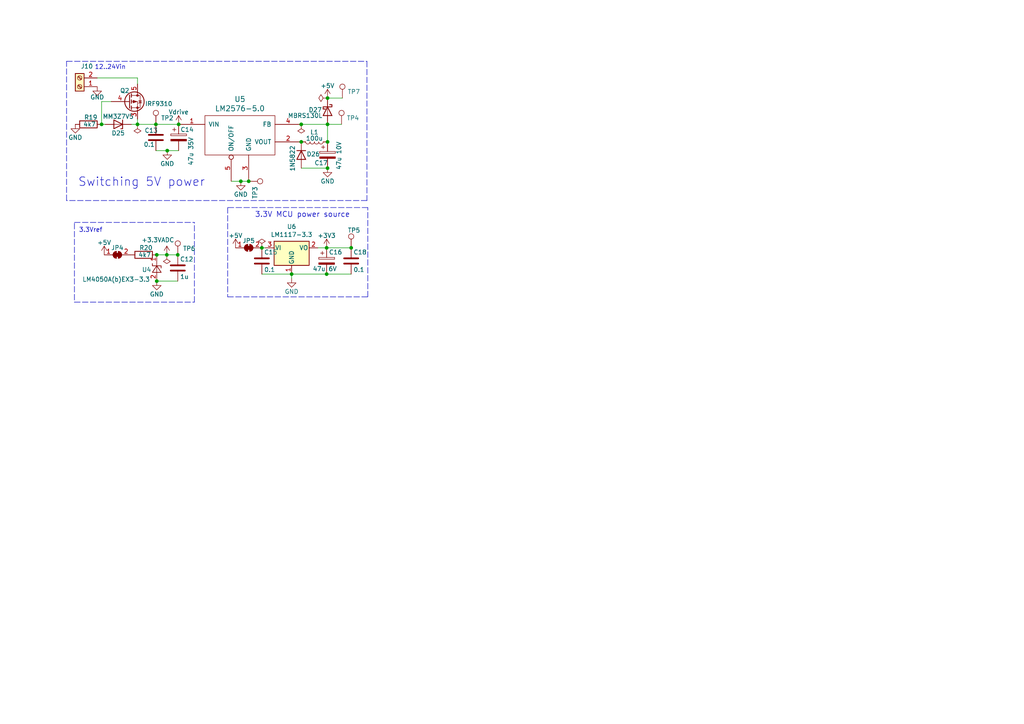
<source format=kicad_sch>
(kicad_sch (version 20211123) (generator eeschema)
  (paper "A4")
  (lib_symbols
    (symbol "Connector:Screw_Terminal_01x02" (pin_names (offset 1.016) hide)
      (property "Reference" "J" (at 0 2.54 0))
      (property "Value" "Screw_Terminal_01x02" (at 0 -5.08 0))
      (symbol "Screw_Terminal_01x02_1_1"
        (rectangle (start -1.27 1.27) (end 1.27 -3.81) (stroke (width 0.254)) (fill (type background)))
        (circle (center 0 -2.54) (radius 0.635) (stroke (width 0.1524)))
        (polyline (pts (xy -0.5334 -2.2098) (xy 0.3302 -3.048)) (stroke (width 0.1524)))
        (polyline (pts (xy -0.5334 0.3302) (xy 0.3302 -0.508)) (stroke (width 0.1524)))
        (polyline (pts (xy -0.3556 -2.032) (xy 0.508 -2.8702)) (stroke (width 0.1524)))
        (polyline (pts (xy -0.3556 0.508) (xy 0.508 -0.3302)) (stroke (width 0.1524)))
        (circle (center 0 0) (radius 0.635) (stroke (width 0.1524)))
        (pin passive line (at -5.08 0 0) (length 3.81) (name "Pin_1") (number "1"))
        (pin passive line (at -5.08 -2.54 0) (length 3.81) (name "Pin_2") (number "2"))
      )
    )
    (symbol "Connector:TestPoint" (pin_numbers hide) (pin_names (offset 0.762) hide)
      (property "Reference" "TP" (at 0 6.858 0))
      (property "Value" "TestPoint" (at 0 5.08 0))
      (symbol "TestPoint_0_1"
        (circle (center 0 3.302) (radius 0.762))
      )
      (symbol "TestPoint_1_1"
        (pin passive line (at 0 0 90) (length 2.54) (name "1") (number "1"))
      )
    )
    (symbol "Device:C" (pin_numbers hide) (pin_names (offset 0.254))
      (property "Reference" "C" (at 0.635 2.54 0))
      (property "Value" "C" (at 0.635 -2.54 0))
      (symbol "C_0_1"
        (polyline (pts (xy -2.032 -0.762) (xy 2.032 -0.762)) (stroke (width 0.508)))
        (polyline (pts (xy -2.032 0.762) (xy 2.032 0.762)) (stroke (width 0.508)))
      )
      (symbol "C_1_1"
        (pin passive line (at 0 3.81 270) (length 2.794) (name "~") (number "1"))
        (pin passive line (at 0 -3.81 90) (length 2.794) (name "~") (number "2"))
      )
    )
    (symbol "Device:C_Polarized" (pin_numbers hide) (pin_names (offset 0.254))
      (property "Reference" "C" (at 0.635 2.54 0))
      (property "Value" "C_Polarized" (at 0.635 -2.54 0))
      (symbol "C_Polarized_0_1"
        (rectangle (start -2.286 0.508) (end 2.286 1.016))
        (polyline (pts (xy -1.778 2.286) (xy -0.762 2.286)))
        (polyline (pts (xy -1.27 2.794) (xy -1.27 1.778)))
        (rectangle (start 2.286 -0.508) (end -2.286 -1.016) (fill (type outline)))
      )
      (symbol "C_Polarized_1_1"
        (pin passive line (at 0 3.81 270) (length 2.794) (name "~") (number "1"))
        (pin passive line (at 0 -3.81 90) (length 2.794) (name "~") (number "2"))
      )
    )
    (symbol "Device:D" (pin_numbers hide) (pin_names (offset 1.016) hide)
      (property "Reference" "D" (at 0 2.54 0))
      (property "Value" "D" (at 0 -2.54 0))
      (symbol "D_0_1"
        (polyline (pts (xy -1.27 1.27) (xy -1.27 -1.27)) (stroke (width 0.254)))
        (polyline (pts (xy 1.27 0) (xy -1.27 0)))
        (polyline (pts (xy 1.27 1.27) (xy 1.27 -1.27) (xy -1.27 0) (xy 1.27 1.27)) (stroke (width 0.254)))
      )
      (symbol "D_1_1"
        (pin passive line (at -3.81 0 0) (length 2.54) (name "K") (number "1"))
        (pin passive line (at 3.81 0 180) (length 2.54) (name "A") (number "2"))
      )
    )
    (symbol "Device:D_Schottky" (pin_numbers hide) (pin_names (offset 1.016) hide)
      (property "Reference" "D" (at 0 2.54 0))
      (property "Value" "D_Schottky" (at 0 -2.54 0))
      (symbol "D_Schottky_0_1"
        (polyline (pts (xy 1.27 0) (xy -1.27 0)))
        (polyline (pts (xy 1.27 1.27) (xy 1.27 -1.27) (xy -1.27 0) (xy 1.27 1.27)) (stroke (width 0.254)))
        (polyline (pts (xy -1.905 0.635) (xy -1.905 1.27) (xy -1.27 1.27) (xy -1.27 -1.27) (xy -0.635 -1.27) (xy -0.635 -0.635)) (stroke (width 0.254)))
      )
      (symbol "D_Schottky_1_1"
        (pin passive line (at -3.81 0 0) (length 2.54) (name "K") (number "1"))
        (pin passive line (at 3.81 0 180) (length 2.54) (name "A") (number "2"))
      )
    )
    (symbol "Device:D_Zener" (pin_numbers hide) (pin_names (offset 1.016) hide)
      (property "Reference" "D" (at 0 2.54 0))
      (property "Value" "D_Zener" (at 0 -2.54 0))
      (symbol "D_Zener_0_1"
        (polyline (pts (xy 1.27 0) (xy -1.27 0)))
        (polyline (pts (xy -1.27 -1.27) (xy -1.27 1.27) (xy -0.762 1.27)) (stroke (width 0.254)))
        (polyline (pts (xy 1.27 -1.27) (xy 1.27 1.27) (xy -1.27 0) (xy 1.27 -1.27)) (stroke (width 0.254)))
      )
      (symbol "D_Zener_1_1"
        (pin passive line (at -3.81 0 0) (length 2.54) (name "K") (number "1"))
        (pin passive line (at 3.81 0 180) (length 2.54) (name "A") (number "2"))
      )
    )
    (symbol "Device:L" (pin_numbers hide) (pin_names (offset 1.016) hide)
      (property "Reference" "L" (at -1.27 0 90))
      (property "Value" "L" (at 1.905 0 90))
      (symbol "L_0_1"
        (arc (start 0 -2.54) (mid 0.635 -1.905) (end 0 -1.27))
        (arc (start 0 -1.27) (mid 0.635 -0.635) (end 0 0))
        (arc (start 0 0) (mid 0.635 0.635) (end 0 1.27))
        (arc (start 0 1.27) (mid 0.635 1.905) (end 0 2.54))
      )
      (symbol "L_1_1"
        (pin passive line (at 0 3.81 270) (length 1.27) (name "1") (number "1"))
        (pin passive line (at 0 -3.81 90) (length 1.27) (name "2") (number "2"))
      )
    )
    (symbol "Device:R" (pin_numbers hide) (pin_names (offset 0))
      (property "Reference" "R" (at 2.032 0 90))
      (property "Value" "R" (at 0 0 90))
      (symbol "R_0_1"
        (rectangle (start -1.016 -2.54) (end 1.016 2.54) (stroke (width 0.254)))
      )
      (symbol "R_1_1"
        (pin passive line (at 0 3.81 270) (length 1.27) (name "~") (number "1"))
        (pin passive line (at 0 -3.81 90) (length 1.27) (name "~") (number "2"))
      )
    )
    (symbol "Jumper:SolderJumper_2_Bridged" (pin_names (offset 0) hide)
      (property "Reference" "JP" (at 0 2.032 0))
      (property "Value" "SolderJumper_2_Bridged" (at 0 -2.54 0))
      (symbol "SolderJumper_2_Bridged_0_1"
        (rectangle (start -0.508 0.508) (end 0.508 -0.508) (fill (type outline)))
        (arc (start -0.254 1.016) (mid -1.27 0) (end -0.254 -1.016))
        (arc (start -0.254 1.016) (mid -1.27 0) (end -0.254 -1.016) (fill (type outline)))
        (polyline (pts (xy -0.254 1.016) (xy -0.254 -1.016)))
        (polyline (pts (xy 0.254 1.016) (xy 0.254 -1.016)))
        (arc (start 0.254 -1.016) (mid 1.27 0) (end 0.254 1.016))
        (arc (start 0.254 -1.016) (mid 1.27 0) (end 0.254 1.016) (fill (type outline)))
      )
      (symbol "SolderJumper_2_Bridged_1_1"
        (pin passive line (at -3.81 0 0) (length 2.54) (name "A") (number "1"))
        (pin passive line (at 3.81 0 180) (length 2.54) (name "B") (number "2"))
      )
    )
    (symbol "Reference_Voltage:LM4040DBZ-3" (pin_names (offset 0.0254) hide)
      (property "Reference" "U" (at 0 2.54 0))
      (property "Value" "LM4040DBZ-3" (at 0 -3.175 0))
      (symbol "LM4040DBZ-3_0_1"
        (polyline (pts (xy -1.27 0) (xy 0 0) (xy 1.27 0)))
        (polyline (pts (xy -1.27 -1.27) (xy 0.635 0) (xy -1.27 1.27) (xy -1.27 -1.27)) (stroke (width 0.2032)))
        (polyline (pts (xy 0 -1.27) (xy 0.635 -1.27) (xy 0.635 1.27) (xy 1.27 1.27)) (stroke (width 0.2032)))
      )
      (symbol "LM4040DBZ-3_1_1"
        (pin passive line (at 3.81 0 180) (length 2.54) (name "K") (number "1"))
        (pin passive line (at -3.81 0 0) (length 2.54) (name "A") (number "2"))
      )
    )
    (symbol "Regulator_Linear:LM1117-3.3" (pin_names (offset 0.254))
      (property "Reference" "U" (at -3.81 3.175 0))
      (property "Value" "LM1117-3.3" (at 0 3.175 0))
      (symbol "LM1117-3.3_0_1"
        (rectangle (start -5.08 -5.08) (end 5.08 1.905) (stroke (width 0.254)) (fill (type background)))
      )
      (symbol "LM1117-3.3_1_1"
        (pin power_in line (at 0 -7.62 90) (length 2.54) (name "GND") (number "1"))
        (pin power_out line (at 7.62 0 180) (length 2.54) (name "VO") (number "2"))
        (pin power_in line (at -7.62 0 0) (length 2.54) (name "VI") (number "3"))
      )
    )
    (symbol "elements:IRF9310" (pin_names (offset 0) hide)
      (property "Reference" "Q" (at 5.08 1.27 0))
      (property "Value" "IRF9310" (at 5.08 -1.27 0))
      (symbol "IRF9310_0_1"
        (polyline (pts (xy 0.0508 0) (xy 0.254 0)))
        (polyline (pts (xy 0.762 -1.778) (xy 2.54 -1.778)))
        (polyline (pts (xy 0.762 -1.27) (xy 0.762 -2.286)) (stroke (width 0.254)))
        (polyline (pts (xy 0.762 0) (xy 2.54 0)))
        (polyline (pts (xy 0.762 0.508) (xy 0.762 -0.508)) (stroke (width 0.254)))
        (polyline (pts (xy 0.762 1.778) (xy 2.54 1.778)))
        (polyline (pts (xy 0.762 2.286) (xy 0.762 1.27)) (stroke (width 0.254)))
        (polyline (pts (xy 2.54 -1.778) (xy 2.54 -2.54)))
        (polyline (pts (xy 2.54 -1.778) (xy 2.54 0)))
        (polyline (pts (xy 2.54 2.54) (xy 2.54 1.778)))
        (polyline (pts (xy 0.254 1.905) (xy 0.254 -1.905) (xy 0.254 -1.905)) (stroke (width 0.254)))
        (polyline (pts (xy 2.286 0) (xy 1.27 -0.381) (xy 1.27 0.381) (xy 2.286 0)) (fill (type outline)))
        (polyline (pts (xy 2.54 -1.778) (xy 3.302 -1.778) (xy 3.302 1.778) (xy 2.54 1.778)))
        (polyline (pts (xy 2.794 -0.508) (xy 2.921 -0.381) (xy 3.683 -0.381) (xy 3.81 -0.254)))
        (polyline (pts (xy 3.302 -0.381) (xy 2.921 0.254) (xy 3.683 0.254) (xy 3.302 -0.381)))
        (circle (center 1.651 0) (radius 2.8194) (stroke (width 0.254)))
        (circle (center 2.54 -1.778) (radius 0.2794) (fill (type outline)))
        (circle (center 2.54 1.778) (radius 0.2794) (fill (type outline)))
      )
      (symbol "IRF9310_1_1"
        (pin passive line (at 2.54 -5.08 90) (length 2.54) hide (name "S") (number "1"))
        (pin passive line (at 2.54 -5.08 90) (length 2.54) hide (name "S") (number "2"))
        (pin passive line (at 2.54 -5.08 90) (length 2.54) (name "S") (number "3"))
        (pin input line (at -5.08 0 0) (length 5.08) (name "G") (number "4"))
        (pin passive line (at 2.54 5.08 270) (length 2.54) (name "D") (number "5"))
        (pin passive line (at 2.54 5.08 270) (length 2.54) hide (name "D") (number "6"))
        (pin passive line (at 2.54 5.08 270) (length 2.54) hide (name "D") (number "7"))
        (pin passive line (at 2.54 5.08 270) (length 2.54) hide (name "D") (number "8"))
      )
    )
    (symbol "power:+3.3V" (power) (pin_names (offset 0))
      (property "Value" "+3.3V" (at 0 3.556 0))
      (symbol "+3.3V_0_1"
        (polyline (pts (xy -0.762 1.27) (xy 0 2.54)))
        (polyline (pts (xy 0 0) (xy 0 2.54)))
        (polyline (pts (xy 0 2.54) (xy 0.762 1.27)))
      )
      (symbol "+3.3V_1_1"
        (pin power_in line (at 0 0 90) (length 0) hide (name "+3V3") (number "1"))
      )
    )
    (symbol "power:+3.3VADC" (power) (pin_names (offset 0))
      (property "Value" "+3.3VADC" (at 0 2.54 0))
      (symbol "+3.3VADC_0_0"
        (pin power_in line (at 0 0 90) (length 0) hide (name "+3.3VADC") (number "1"))
      )
      (symbol "+3.3VADC_0_1"
        (polyline (pts (xy -0.762 1.27) (xy 0 2.54)))
        (polyline (pts (xy 0 0) (xy 0 2.54)))
        (polyline (pts (xy 0 2.54) (xy 0.762 1.27)))
      )
    )
    (symbol "power:GND" (power) (pin_names (offset 0))
      (property "Value" "GND" (at 0 -3.81 0))
      (symbol "GND_0_1"
        (polyline (pts (xy 0 0) (xy 0 -1.27) (xy 1.27 -1.27) (xy 0 -2.54) (xy -1.27 -1.27) (xy 0 -1.27)))
      )
      (symbol "GND_1_1"
        (pin power_in line (at 0 0 270) (length 0) hide (name "GND") (number "1"))
      )
    )
    (symbol "power:PWR_FLAG" (power) (pin_numbers hide) (pin_names (offset 0) hide)
      (property "Value" "PWR_FLAG" (at 0 3.81 0))
      (symbol "PWR_FLAG_0_0"
        (pin power_out line (at 0 0 90) (length 0) (name "pwr") (number "1"))
      )
      (symbol "PWR_FLAG_0_1"
        (polyline (pts (xy 0 0) (xy 0 1.27) (xy -1.016 1.905) (xy 0 2.54) (xy 1.016 1.905) (xy 0 1.27)))
      )
    )
    (symbol "power:Vdrive" (power) (pin_names (offset 0))
      (property "Value" "Vdrive" (at 0 3.81 0))
      (symbol "Vdrive_0_1"
        (polyline (pts (xy -0.762 1.27) (xy 0 2.54)))
        (polyline (pts (xy 0 0) (xy 0 2.54)))
        (polyline (pts (xy 0 2.54) (xy 0.762 1.27)))
      )
      (symbol "Vdrive_1_1"
        (pin power_in line (at 0 0 90) (length 0) hide (name "Vdrive") (number "1"))
      )
    )
    (symbol "stm32-rescue:+5V" (power) (pin_names (offset 0))
      (property "Value" "+5V" (at 0 3.556 0))
      (symbol "+5V_0_1"
        (polyline (pts (xy -0.762 1.27) (xy 0 2.54)))
        (polyline (pts (xy 0 0) (xy 0 2.54)))
        (polyline (pts (xy 0 2.54) (xy 0.762 1.27)))
      )
      (symbol "+5V_1_1"
        (pin power_in line (at 0 0 90) (length 0) hide (name "+5V") (number "1"))
      )
    )
    (symbol "stm32-rescue:C" (pin_numbers hide) (pin_names (offset 0.254))
      (property "Reference" "C" (at 0.635 2.54 0))
      (property "Value" "C" (at 0.635 -2.54 0))
      (symbol "C_0_1"
        (polyline (pts (xy -2.032 -0.762) (xy 2.032 -0.762)) (stroke (width 0.508)))
        (polyline (pts (xy -2.032 0.762) (xy 2.032 0.762)) (stroke (width 0.508)))
      )
      (symbol "C_1_1"
        (pin passive line (at 0 3.81 270) (length 2.794) (name "~") (number "1"))
        (pin passive line (at 0 -3.81 90) (length 2.794) (name "~") (number "2"))
      )
    )
    (symbol "stm32-rescue:CP" (pin_numbers hide) (pin_names (offset 0.254))
      (property "Reference" "C" (at 0.635 2.54 0))
      (property "Value" "CP" (at 0.635 -2.54 0))
      (symbol "CP_0_1"
        (rectangle (start -2.286 0.508) (end -2.286 1.016))
        (rectangle (start -2.286 0.508) (end 2.286 0.508))
        (polyline (pts (xy -1.778 2.286) (xy -0.762 2.286)))
        (polyline (pts (xy -1.27 2.794) (xy -1.27 1.778)))
        (rectangle (start 2.286 -0.508) (end -2.286 -1.016) (fill (type outline)))
        (rectangle (start 2.286 1.016) (end -2.286 1.016))
        (rectangle (start 2.286 1.016) (end 2.286 0.508))
      )
      (symbol "CP_1_1"
        (pin passive line (at 0 3.81 270) (length 2.794) (name "~") (number "1"))
        (pin passive line (at 0 -3.81 90) (length 2.794) (name "~") (number "2"))
      )
    )
    (symbol "stm32-rescue:PWR_FLAG" (power) (pin_numbers hide) (pin_names (offset 0) hide)
      (property "Value" "PWR_FLAG" (at 0 3.81 0))
      (symbol "PWR_FLAG_0_0"
        (pin power_out line (at 0 0 90) (length 0) (name "pwr") (number "1"))
      )
      (symbol "PWR_FLAG_0_1"
        (polyline (pts (xy 0 0) (xy 0 1.27) (xy -1.016 1.905) (xy 0 2.54) (xy 1.016 1.905) (xy 0 1.27)))
      )
    )
    (symbol "vreg:LM2576" (pin_names (offset 1.016))
      (property "Reference" "U" (at -8.89 6.35 0))
      (property "Value" "LM2576" (at 6.35 6.35 0))
      (symbol "LM2576_0_1"
        (rectangle (start -10.16 5.08) (end 10.16 -6.35))
      )
      (symbol "LM2576_1_1"
        (pin power_in line (at -17.78 2.54 0) (length 7.62) (name "VIN") (number "1"))
        (pin power_out line (at 17.78 -2.54 180) (length 7.62) (name "VOUT") (number "2"))
        (pin power_in line (at 2.54 -13.97 90) (length 7.62) (name "GND") (number "3"))
        (pin input line (at 17.78 2.54 180) (length 7.62) (name "FB") (number "4"))
        (pin input inverted (at -2.54 -13.97 90) (length 7.62) (name "ON/OFF") (number "5"))
      )
    )
  )
  (junction (at 39.878 36.068))
  (junction (at 75.946 71.882))
  (junction (at 94.742 79.502))
  (junction (at 45.212 36.068))
  (junction (at 94.996 48.768))
  (junction (at 94.996 41.148))
  (junction (at 72.136 52.578))
  (junction (at 87.376 36.068))
  (junction (at 48.387 73.914))
  (junction (at 29.464 36.068))
  (junction (at 45.466 81.534))
  (junction (at 69.85 52.578))
  (junction (at 94.996 36.068))
  (junction (at 51.816 36.068))
  (junction (at 51.562 73.914))
  (junction (at 84.582 79.502))
  (junction (at 48.514 43.688))
  (junction (at 94.996 28.448))
  (junction (at 87.376 41.148))
  (junction (at 45.466 73.914))
  (junction (at 94.742 71.882))
  (junction (at 101.854 71.882))
  (polyline (pts (xy 106.68 60.198) (xy 66.04 60.198)))
  (wire (pts (xy 101.854 71.882) (xy 94.742 71.882)))
  (wire (pts (xy 39.878 36.068) (xy 39.878 34.544)))
  (polyline (pts (xy 106.426 58.166) (xy 19.304 58.166)))
  (wire (pts (xy 48.514 43.688) (xy 51.816 43.688)))
  (wire (pts (xy 45.212 43.688) (xy 48.514 43.688)))
  (polyline (pts (xy 21.59 87.63) (xy 56.388 87.63)))
  (wire (pts (xy 75.946 79.502) (xy 84.582 79.502)))
  (wire (pts (xy 94.996 41.148) (xy 94.996 36.068)))
  (wire (pts (xy 45.466 73.914) (xy 48.387 73.914)))
  (wire (pts (xy 69.85 52.578) (xy 67.056 52.578)))
  (wire (pts (xy 94.996 36.068) (xy 87.376 36.068)))
  (wire (pts (xy 99.314 28.448) (xy 94.996 28.448)))
  (wire (pts (xy 29.464 29.464) (xy 32.258 29.464)))
  (wire (pts (xy 48.387 73.914) (xy 51.562 73.914)))
  (wire (pts (xy 94.996 48.768) (xy 87.376 48.768)))
  (polyline (pts (xy 21.59 64.516) (xy 56.388 64.516)))
  (polyline (pts (xy 19.304 58.166) (xy 19.304 17.78)))
  (wire (pts (xy 99.06 36.068) (xy 94.996 36.068)))
  (wire (pts (xy 101.854 79.502) (xy 94.742 79.502)))
  (wire (pts (xy 84.582 79.502) (xy 94.742 79.502)))
  (polyline (pts (xy 66.04 86.106) (xy 106.68 86.106)))
  (polyline (pts (xy 106.68 86.106) (xy 106.68 60.198)))
  (wire (pts (xy 45.466 81.534) (xy 51.562 81.534)))
  (wire (pts (xy 39.878 36.068) (xy 45.212 36.068)))
  (wire (pts (xy 45.212 36.068) (xy 51.816 36.068)))
  (wire (pts (xy 76.962 71.882) (xy 75.946 71.882)))
  (wire (pts (xy 92.202 71.882) (xy 94.742 71.882)))
  (polyline (pts (xy 21.59 64.77) (xy 21.59 87.63)))
  (wire (pts (xy 84.582 80.772) (xy 84.582 79.502)))
  (wire (pts (xy 72.136 52.578) (xy 69.85 52.578)))
  (polyline (pts (xy 56.388 87.63) (xy 56.388 64.516)))
  (wire (pts (xy 51.943 36.068) (xy 51.816 36.068)))
  (polyline (pts (xy 66.04 60.198) (xy 66.04 86.106)))
  (wire (pts (xy 30.48 36.068) (xy 29.464 36.068)))
  (wire (pts (xy 28.194 22.606) (xy 39.878 22.606)))
  (polyline (pts (xy 19.304 17.78) (xy 106.426 17.78)))
  (polyline (pts (xy 106.426 17.78) (xy 106.426 58.166)))
  (wire (pts (xy 39.878 22.606) (xy 39.878 24.384)))
  (wire (pts (xy 29.464 36.068) (xy 29.464 29.464)))
  (wire (pts (xy 38.1 36.068) (xy 39.878 36.068)))
  (text "Switching 5V power" (at 22.606 54.356 0) (effects (font (size 2.4892 2.4892)) (justify left bottom)))
  (text "3.3Vref" (at 22.86 67.564 0) (effects (font (size 1.27 1.27)) (justify left bottom)))
  (text "3.3V MCU power source" (at 73.914 63.246 0) (effects (font (size 1.524 1.524)) (justify left bottom)))
  (text "12..24Vin" (at 27.432 20.32 0) (effects (font (size 1.27 1.27)) (justify left bottom)))
  (symbol (lib_id "elements:IRF9310") (at 37.338 29.464 0) (unit 1)
    (property "Reference" "Q2" (at 34.798 26.289 0) (effects (justify left)))
    (property "Value" "IRF9310" (at 42.037 30.099 0) (effects (justify left)))
    (property "Footprint" "Package_SO:SO-8_3.9x4.9mm_P1.27mm" (effects hide))
  )
  (symbol (lib_id "stm32-rescue:PWR_FLAG") (at 48.387 73.914 180) (unit 1)
    (property "Reference" "#FLG01" (effects hide))
    (property "Value" "PWR_FLAG" (effects hide))
  )
  (symbol (lib_id "Device:D") (at 87.376 44.958 270) (unit 1)
    (property "Reference" "D26" (at 88.9 44.704 90) (effects (justify left)))
    (property "Value" "1N5822" (at 84.836 42.164 0) (effects (justify left)))
    (property "Footprint" "Diode_THT:D_DO-201_P3.81mm_Vertical_AnodeUp" (effects hide))
  )
  (symbol (lib_id "Reference_Voltage:LM4040DBZ-3") (at 45.466 77.724 90) (unit 1)
    (property "Reference" "U4" (at 41.148 78.232 90) (effects (justify right)))
    (property "Value" "LM4050A(b)EX3-3.3" (at 23.876 81.026 90) (effects (justify right)))
    (property "Footprint" "Package_TO_SOT_SMD:SOT-323_SC-70_Handsoldering" (effects hide))
    (property "Datasheet" "http://www.ti.com/lit/ds/symlink/lm4040-n.pdf" (effects hide))
  )
  (symbol (lib_id "Jumper:SolderJumper_2_Bridged") (at 72.136 71.882 0) (unit 1)
    (property "Reference" "JP5" (at 72.136 69.8302 0))
    (property "Value" "3V3" (effects hide))
    (property "Footprint" "Jumper:SolderJumper-2_P1.3mm_Open_TrianglePad1.0x1.5mm" (effects hide))
  )
  (symbol (lib_id "Device:C_Polarized") (at 94.996 44.958 0) (unit 1)
    (property "Reference" "C17" (at 91.186 47.244 0) (effects (justify left)))
    (property "Value" "47u 10V" (at 98.298 49.276 90) (effects (justify left)))
    (property "Footprint" "Capacitor_Tantalum_SMD:CP_EIA-6032-28_Kemet-C_Pad2.25x2.35mm_HandSolder" (effects hide))
  )
  (symbol (lib_id "power:GND") (at 28.194 25.146 0) (unit 1)
    (property "Reference" "#PWR026" (effects hide))
    (property "Value" "GND" (at 28.194 28.194 0))
  )
  (symbol (lib_id "stm32-rescue:PWR_FLAG") (at 39.878 36.068 180) (unit 1)
    (property "Reference" "#FLG02" (effects hide))
    (property "Value" "PWR_FLAG" (effects hide))
  )
  (symbol (lib_id "power:+3.3VADC") (at 48.387 73.914 0) (mirror y) (unit 1)
    (property "Reference" "#PWR028" (effects hide))
    (property "Value" "+3.3VADC" (at 41.021 69.596 0) (effects (justify right)))
  )
  (symbol (lib_id "vreg:LM2576") (at 69.596 38.608 0) (unit 1)
    (property "Reference" "U5" (at 69.596 28.7782 0) (effects (font (size 1.524 1.524))))
    (property "Value" "LM2576-5.0" (at 69.596 31.4706 0) (effects (font (size 1.524 1.524))))
    (property "Footprint" "Package_TO_SOT_THT:TO-220-5_P3.4x3.7mm_StaggerEven_Lead3.8mm_Vertical" (effects hide))
    (property "Manufacturer" "Texas Instruments" (effects hide))
  )
  (symbol (lib_id "stm32-rescue:+5V") (at 68.326 71.882 0) (unit 1)
    (property "Reference" "#PWR032" (effects hide))
    (property "Value" "+5V" (at 68.326 68.326 0))
  )
  (symbol (lib_id "power:PWR_FLAG") (at 94.996 28.448 90) (unit 1)
    (property "Reference" "#FLG0102" (effects hide))
    (property "Value" "PWR_FLAG" (effects hide))
  )
  (symbol (lib_id "Connector:Screw_Terminal_01x02") (at 23.114 25.146 180) (unit 1)
    (property "Reference" "J10" (at 25.1968 19.2278 0))
    (property "Value" "Screw_Terminal_01x02" (effects hide))
    (property "Footprint" "TerminalBlock_Phoenix:TerminalBlock_Phoenix_MKDS-1,5-2_1x02_P5.00mm_Horizontal" (effects hide))
  )
  (symbol (lib_id "stm32-rescue:C") (at 51.562 77.724 0) (unit 1)
    (property "Reference" "C12" (at 52.197 75.184 0) (effects (justify left)))
    (property "Value" "1u" (at 52.197 80.264 0) (effects (justify left)))
    (property "Footprint" "Capacitor_SMD:C_0603_1608Metric_Pad1.08x0.95mm_HandSolder" (effects hide))
  )
  (symbol (lib_id "Connector:TestPoint") (at 99.06 36.068 0) (unit 1)
    (property "Reference" "TP4" (at 100.5332 34.2392 0) (effects (justify left)))
    (property "Value" "5Vext" (effects hide))
    (property "Footprint" "TestPoint:TestPoint_THTPad_1.5x1.5mm_Drill0.7mm" (effects hide))
  )
  (symbol (lib_id "power:GND") (at 48.514 43.688 0) (unit 1)
    (property "Reference" "#PWR029" (effects hide))
    (property "Value" "GND" (at 48.514 47.498 0))
  )
  (symbol (lib_id "Device:C") (at 45.212 39.878 0) (unit 1)
    (property "Reference" "C13" (at 41.91 37.846 0) (effects (justify left)))
    (property "Value" "0.1" (at 41.656 41.91 0) (effects (justify left)))
    (property "Footprint" "Capacitor_SMD:C_0603_1608Metric_Pad1.08x0.95mm_HandSolder" (effects hide))
  )
  (symbol (lib_id "Jumper:SolderJumper_2_Bridged") (at 34.036 73.914 0) (unit 1)
    (property "Reference" "JP4" (at 34.036 71.8622 0))
    (property "Value" "3V3ADC" (effects hide))
    (property "Footprint" "Jumper:SolderJumper-2_P1.3mm_Open_TrianglePad1.0x1.5mm" (effects hide))
  )
  (symbol (lib_id "power:GND") (at 21.844 36.068 0) (unit 1)
    (property "Reference" "#PWR024" (effects hide))
    (property "Value" "GND" (at 21.844 39.878 0))
  )
  (symbol (lib_id "Connector:TestPoint") (at 99.314 28.448 0) (unit 1)
    (property "Reference" "TP7" (at 100.7872 26.6192 0) (effects (justify left)))
    (property "Value" "5V" (effects hide))
    (property "Footprint" "TestPoint:TestPoint_THTPad_1.5x1.5mm_Drill0.7mm" (effects hide))
  )
  (symbol (lib_id "Device:R") (at 25.654 36.068 270) (unit 1)
    (property "Reference" "R19" (at 24.384 34.036 90) (effects (justify left)))
    (property "Value" "4k7" (at 24.13 36.068 90) (effects (justify left)))
    (property "Footprint" "Resistor_SMD:R_0603_1608Metric_Pad0.98x0.95mm_HandSolder" (effects hide))
  )
  (symbol (lib_id "stm32-rescue:PWR_FLAG") (at 87.376 36.068 180) (unit 1)
    (property "Reference" "#FLG03" (effects hide))
    (property "Value" "PWR_FLAG" (effects hide))
  )
  (symbol (lib_id "Device:D_Zener") (at 34.29 36.068 180) (unit 1)
    (property "Reference" "D25" (at 34.29 38.608 0))
    (property "Value" "MM3Z7V5" (at 34.29 33.782 0))
    (property "Footprint" "Diode_SMD:D_0805_2012Metric_Pad1.15x1.40mm_HandSolder" (effects hide))
  )
  (symbol (lib_id "Connector:TestPoint") (at 101.854 71.882 0) (unit 1)
    (property "Reference" "TP5" (at 100.838 66.802 0) (effects (justify left)))
    (property "Value" "3.3V" (effects hide))
    (property "Footprint" "TestPoint:TestPoint_THTPad_1.5x1.5mm_Drill0.7mm" (effects hide))
  )
  (symbol (lib_id "power:PWR_FLAG") (at 75.946 71.882 0) (unit 1)
    (property "Reference" "#FLG0101" (effects hide))
    (property "Value" "PWR_FLAG" (effects hide))
  )
  (symbol (lib_id "Connector:TestPoint") (at 45.212 36.068 0) (unit 1)
    (property "Reference" "TP2" (at 46.6852 34.2392 0) (effects (justify left)))
    (property "Value" "Vin" (effects hide))
    (property "Footprint" "TestPoint:TestPoint_THTPad_1.5x1.5mm_Drill0.7mm" (effects hide))
  )
  (symbol (lib_id "stm32-rescue:+5V") (at 30.226 73.914 0) (unit 1)
    (property "Reference" "#PWR025" (effects hide))
    (property "Value" "+5V" (at 30.226 70.358 0))
  )
  (symbol (lib_id "Device:C_Polarized") (at 51.816 39.878 0) (unit 1)
    (property "Reference" "C14" (at 52.324 37.592 0) (effects (justify left)))
    (property "Value" "47u 35V" (at 55.372 48.006 90) (effects (justify left)))
    (property "Footprint" "Capacitor_Tantalum_SMD:CP_EIA-6032-28_Kemet-C_Pad2.25x2.35mm_HandSolder" (effects hide))
  )
  (symbol (lib_id "power:GND") (at 69.85 52.578 0) (unit 1)
    (property "Reference" "#PWR031" (effects hide))
    (property "Value" "GND" (at 69.85 56.388 0))
  )
  (symbol (lib_id "power:+3.3V") (at 94.742 71.882 0) (unit 1)
    (property "Reference" "#PWR034" (effects hide))
    (property "Value" "+3.3V" (at 94.742 68.326 0))
  )
  (symbol (lib_id "stm32-rescue:CP") (at 94.742 75.692 0) (unit 1)
    (property "Reference" "C16" (at 95.377 73.152 0) (effects (justify left)))
    (property "Value" "47u 6V" (at 90.678 77.978 0) (effects (justify left)))
    (property "Footprint" "Capacitor_Tantalum_SMD:CP_EIA-3216-18_Kemet-A_Pad1.58x1.35mm_HandSolder" (effects hide))
  )
  (symbol (lib_id "power:Vdrive") (at 51.816 36.068 0) (unit 1)
    (property "Reference" "#PWR030" (effects hide))
    (property "Value" "Vdrive" (at 51.816 32.4922 0))
  )
  (symbol (lib_id "Device:R") (at 41.656 73.914 270) (unit 1)
    (property "Reference" "R20" (at 40.386 71.882 90) (effects (justify left)))
    (property "Value" "4k7" (at 40.132 73.914 90) (effects (justify left)))
    (property "Footprint" "Resistor_SMD:R_0603_1608Metric_Pad0.98x0.95mm_HandSolder" (effects hide))
  )
  (symbol (lib_id "Device:D_Schottky") (at 94.996 32.258 270) (unit 1)
    (property "Reference" "D27" (at 91.44 31.877 90))
    (property "Value" "MBRS130L" (at 88.519 33.528 90))
    (property "Footprint" "Diode_SMD:D_SMB_Handsoldering" (effects hide))
  )
  (symbol (lib_id "Device:L") (at 91.186 41.148 270) (unit 1)
    (property "Reference" "L1" (at 91.186 38.354 90))
    (property "Value" "100u" (at 91.186 40.132 90))
    (property "Footprint" "Inductor_THT:L_Toroid_Horizontal_D6.5mm_P10.00mm_Diameter7-5mm_Amidon-T25" (effects hide))
  )
  (symbol (lib_id "Regulator_Linear:LM1117-3.3") (at 84.582 71.882 0) (unit 1)
    (property "Reference" "U6" (at 84.582 65.7352 0))
    (property "Value" "LM1117-3.3" (at 84.582 68.0466 0))
    (property "Footprint" "Package_TO_SOT_SMD:SOT-223-3_TabPin2" (effects hide))
    (property "Datasheet" "http://www.ti.com/lit/ds/symlink/lm1117.pdf" (effects hide))
  )
  (symbol (lib_id "stm32-rescue:C") (at 75.946 75.692 0) (unit 1)
    (property "Reference" "C15" (at 76.581 73.152 0) (effects (justify left)))
    (property "Value" "0.1" (at 76.581 78.232 0) (effects (justify left)))
    (property "Footprint" "Capacitor_SMD:C_0603_1608Metric_Pad1.08x0.95mm_HandSolder" (effects hide))
  )
  (symbol (lib_id "Connector:TestPoint") (at 72.136 52.578 270) (unit 1)
    (property "Reference" "TP3" (at 73.9648 54.0512 0) (effects (justify left)))
    (property "Value" "Gnd" (effects hide))
    (property "Footprint" "TestPoint:TestPoint_THTPad_1.5x1.5mm_Drill0.7mm" (effects hide))
  )
  (symbol (lib_id "power:GND") (at 45.466 81.534 0) (unit 1)
    (property "Reference" "#PWR027" (effects hide))
    (property "Value" "GND" (at 45.466 85.344 0))
  )
  (symbol (lib_id "stm32-rescue:+5V") (at 94.996 28.448 0) (unit 1)
    (property "Reference" "#PWR035" (effects hide))
    (property "Value" "+5V" (at 94.996 24.892 0))
  )
  (symbol (lib_id "stm32-rescue:C") (at 101.854 75.692 0) (unit 1)
    (property "Reference" "C18" (at 102.489 73.152 0) (effects (justify left)))
    (property "Value" "0.1" (at 102.489 78.232 0) (effects (justify left)))
    (property "Footprint" "Capacitor_SMD:C_0603_1608Metric_Pad1.08x0.95mm_HandSolder" (effects hide))
  )
  (symbol (lib_id "power:GND") (at 84.582 80.772 0) (unit 1)
    (property "Reference" "#PWR033" (effects hide))
    (property "Value" "GND" (at 84.582 84.582 0))
  )
  (symbol (lib_id "power:GND") (at 94.996 48.768 0) (unit 1)
    (property "Reference" "#PWR036" (effects hide))
    (property "Value" "GND" (at 94.996 52.578 0))
  )
  (symbol (lib_id "Connector:TestPoint") (at 51.562 73.914 0) (unit 1)
    (property "Reference" "TP6" (at 53.0352 72.0852 0) (effects (justify left)))
    (property "Value" "3V3ADC" (effects hide))
    (property "Footprint" "TestPoint:TestPoint_THTPad_1.5x1.5mm_Drill0.7mm" (effects hide))
  )
)
</source>
